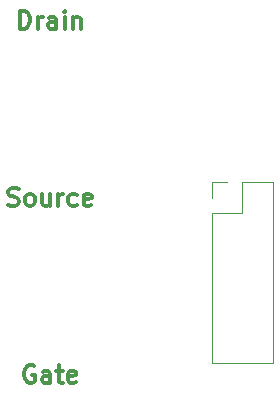
<source format=gbr>
G04 #@! TF.GenerationSoftware,KiCad,Pcbnew,(5.0.0-3-g5ebb6b6)*
G04 #@! TF.CreationDate,2020-07-14T15:02:59-04:00*
G04 #@! TF.ProjectId,Project,50726F6A6563742E6B696361645F7063,rev?*
G04 #@! TF.SameCoordinates,Original*
G04 #@! TF.FileFunction,Legend,Top*
G04 #@! TF.FilePolarity,Positive*
%FSLAX46Y46*%
G04 Gerber Fmt 4.6, Leading zero omitted, Abs format (unit mm)*
G04 Created by KiCad (PCBNEW (5.0.0-3-g5ebb6b6)) date Tuesday, July 14, 2020 at 03:02:59 PM*
%MOMM*%
%LPD*%
G01*
G04 APERTURE LIST*
%ADD10C,0.300000*%
%ADD11C,0.120000*%
G04 APERTURE END LIST*
D10*
X81464285Y-100607142D02*
X81678571Y-100678571D01*
X82035714Y-100678571D01*
X82178571Y-100607142D01*
X82250000Y-100535714D01*
X82321428Y-100392857D01*
X82321428Y-100250000D01*
X82250000Y-100107142D01*
X82178571Y-100035714D01*
X82035714Y-99964285D01*
X81750000Y-99892857D01*
X81607142Y-99821428D01*
X81535714Y-99750000D01*
X81464285Y-99607142D01*
X81464285Y-99464285D01*
X81535714Y-99321428D01*
X81607142Y-99250000D01*
X81750000Y-99178571D01*
X82107142Y-99178571D01*
X82321428Y-99250000D01*
X83178571Y-100678571D02*
X83035714Y-100607142D01*
X82964285Y-100535714D01*
X82892857Y-100392857D01*
X82892857Y-99964285D01*
X82964285Y-99821428D01*
X83035714Y-99750000D01*
X83178571Y-99678571D01*
X83392857Y-99678571D01*
X83535714Y-99750000D01*
X83607142Y-99821428D01*
X83678571Y-99964285D01*
X83678571Y-100392857D01*
X83607142Y-100535714D01*
X83535714Y-100607142D01*
X83392857Y-100678571D01*
X83178571Y-100678571D01*
X84964285Y-99678571D02*
X84964285Y-100678571D01*
X84321428Y-99678571D02*
X84321428Y-100464285D01*
X84392857Y-100607142D01*
X84535714Y-100678571D01*
X84750000Y-100678571D01*
X84892857Y-100607142D01*
X84964285Y-100535714D01*
X85678571Y-100678571D02*
X85678571Y-99678571D01*
X85678571Y-99964285D02*
X85750000Y-99821428D01*
X85821428Y-99750000D01*
X85964285Y-99678571D01*
X86107142Y-99678571D01*
X87250000Y-100607142D02*
X87107142Y-100678571D01*
X86821428Y-100678571D01*
X86678571Y-100607142D01*
X86607142Y-100535714D01*
X86535714Y-100392857D01*
X86535714Y-99964285D01*
X86607142Y-99821428D01*
X86678571Y-99750000D01*
X86821428Y-99678571D01*
X87107142Y-99678571D01*
X87250000Y-99750000D01*
X88464285Y-100607142D02*
X88321428Y-100678571D01*
X88035714Y-100678571D01*
X87892857Y-100607142D01*
X87821428Y-100464285D01*
X87821428Y-99892857D01*
X87892857Y-99750000D01*
X88035714Y-99678571D01*
X88321428Y-99678571D01*
X88464285Y-99750000D01*
X88535714Y-99892857D01*
X88535714Y-100035714D01*
X87821428Y-100178571D01*
X83642857Y-114250000D02*
X83500000Y-114178571D01*
X83285714Y-114178571D01*
X83071428Y-114250000D01*
X82928571Y-114392857D01*
X82857142Y-114535714D01*
X82785714Y-114821428D01*
X82785714Y-115035714D01*
X82857142Y-115321428D01*
X82928571Y-115464285D01*
X83071428Y-115607142D01*
X83285714Y-115678571D01*
X83428571Y-115678571D01*
X83642857Y-115607142D01*
X83714285Y-115535714D01*
X83714285Y-115035714D01*
X83428571Y-115035714D01*
X85000000Y-115678571D02*
X85000000Y-114892857D01*
X84928571Y-114750000D01*
X84785714Y-114678571D01*
X84500000Y-114678571D01*
X84357142Y-114750000D01*
X85000000Y-115607142D02*
X84857142Y-115678571D01*
X84500000Y-115678571D01*
X84357142Y-115607142D01*
X84285714Y-115464285D01*
X84285714Y-115321428D01*
X84357142Y-115178571D01*
X84500000Y-115107142D01*
X84857142Y-115107142D01*
X85000000Y-115035714D01*
X85500000Y-114678571D02*
X86071428Y-114678571D01*
X85714285Y-114178571D02*
X85714285Y-115464285D01*
X85785714Y-115607142D01*
X85928571Y-115678571D01*
X86071428Y-115678571D01*
X87142857Y-115607142D02*
X87000000Y-115678571D01*
X86714285Y-115678571D01*
X86571428Y-115607142D01*
X86500000Y-115464285D01*
X86500000Y-114892857D01*
X86571428Y-114750000D01*
X86714285Y-114678571D01*
X87000000Y-114678571D01*
X87142857Y-114750000D01*
X87214285Y-114892857D01*
X87214285Y-115035714D01*
X86500000Y-115178571D01*
X82428571Y-85678571D02*
X82428571Y-84178571D01*
X82785714Y-84178571D01*
X83000000Y-84250000D01*
X83142857Y-84392857D01*
X83214285Y-84535714D01*
X83285714Y-84821428D01*
X83285714Y-85035714D01*
X83214285Y-85321428D01*
X83142857Y-85464285D01*
X83000000Y-85607142D01*
X82785714Y-85678571D01*
X82428571Y-85678571D01*
X83928571Y-85678571D02*
X83928571Y-84678571D01*
X83928571Y-84964285D02*
X84000000Y-84821428D01*
X84071428Y-84750000D01*
X84214285Y-84678571D01*
X84357142Y-84678571D01*
X85500000Y-85678571D02*
X85500000Y-84892857D01*
X85428571Y-84750000D01*
X85285714Y-84678571D01*
X85000000Y-84678571D01*
X84857142Y-84750000D01*
X85500000Y-85607142D02*
X85357142Y-85678571D01*
X85000000Y-85678571D01*
X84857142Y-85607142D01*
X84785714Y-85464285D01*
X84785714Y-85321428D01*
X84857142Y-85178571D01*
X85000000Y-85107142D01*
X85357142Y-85107142D01*
X85500000Y-85035714D01*
X86214285Y-85678571D02*
X86214285Y-84678571D01*
X86214285Y-84178571D02*
X86142857Y-84250000D01*
X86214285Y-84321428D01*
X86285714Y-84250000D01*
X86214285Y-84178571D01*
X86214285Y-84321428D01*
X86928571Y-84678571D02*
X86928571Y-85678571D01*
X86928571Y-84821428D02*
X87000000Y-84750000D01*
X87142857Y-84678571D01*
X87357142Y-84678571D01*
X87500000Y-84750000D01*
X87571428Y-84892857D01*
X87571428Y-85678571D01*
D11*
G04 #@! TO.C,J1*
X98670000Y-114030000D02*
X103870000Y-114030000D01*
X98670000Y-101270000D02*
X98670000Y-114030000D01*
X103870000Y-98670000D02*
X103870000Y-114030000D01*
X98670000Y-101270000D02*
X101270000Y-101270000D01*
X101270000Y-101270000D02*
X101270000Y-98670000D01*
X101270000Y-98670000D02*
X103870000Y-98670000D01*
X98670000Y-100000000D02*
X98670000Y-98670000D01*
X98670000Y-98670000D02*
X100000000Y-98670000D01*
G04 #@! TD*
M02*

</source>
